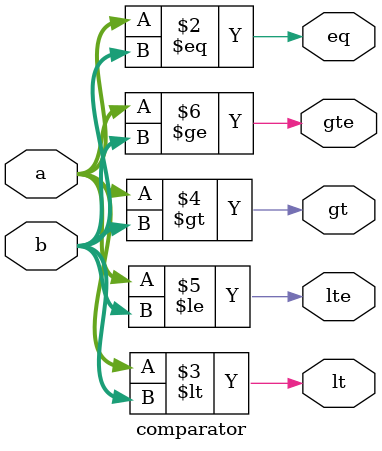
<source format=sv>

module comparator
#(
    parameter BW = 8
)
(
    input logic [BW-1:0] a,
    input logic [BW-1:0] b,
    output logic eq,
    output logic lt,
    output logic gt,
    output logic lte,
    output logic gte
);
    always_comb begin
        eq = (a == b);
        lt = (a < b);
        gt = (a > b);
        lte = (a <= b);
        gte = (a >= b);
    end
endmodule

</source>
